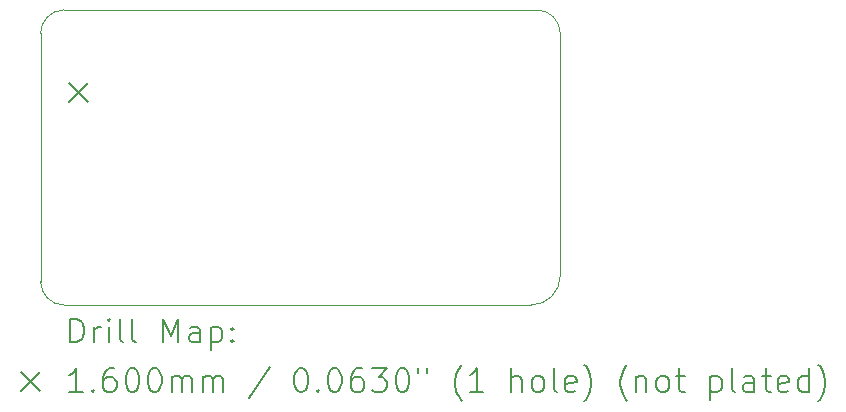
<source format=gbr>
%TF.GenerationSoftware,KiCad,Pcbnew,(6.0.8)*%
%TF.CreationDate,2023-01-30T22:30:10-07:00*%
%TF.ProjectId,Power,506f7765-722e-46b6-9963-61645f706362,rev?*%
%TF.SameCoordinates,Original*%
%TF.FileFunction,Drillmap*%
%TF.FilePolarity,Positive*%
%FSLAX45Y45*%
G04 Gerber Fmt 4.5, Leading zero omitted, Abs format (unit mm)*
G04 Created by KiCad (PCBNEW (6.0.8)) date 2023-01-30 22:30:10*
%MOMM*%
%LPD*%
G01*
G04 APERTURE LIST*
%ADD10C,0.100000*%
%ADD11C,0.200000*%
%ADD12C,0.160000*%
G04 APERTURE END LIST*
D10*
X11150000Y-10700000D02*
G75*
G03*
X11350000Y-10900000I200000J0D01*
G01*
X15350000Y-8400000D02*
X11350000Y-8400000D01*
X15300000Y-10900000D02*
G75*
G03*
X15550000Y-10650000I0J250000D01*
G01*
X15550000Y-10650000D02*
X15550000Y-8600000D01*
X11150000Y-8600000D02*
X11150000Y-10700000D01*
X15550000Y-8600000D02*
G75*
G03*
X15350000Y-8400000I-200000J0D01*
G01*
X11350000Y-10900000D02*
X15300000Y-10900000D01*
X11350000Y-8400000D02*
G75*
G03*
X11150000Y-8600000I0J-200000D01*
G01*
D11*
D12*
X11390000Y-9020000D02*
X11550000Y-9180000D01*
X11550000Y-9020000D02*
X11390000Y-9180000D01*
D11*
X11402619Y-11215476D02*
X11402619Y-11015476D01*
X11450238Y-11015476D01*
X11478809Y-11025000D01*
X11497857Y-11044048D01*
X11507381Y-11063095D01*
X11516905Y-11101190D01*
X11516905Y-11129762D01*
X11507381Y-11167857D01*
X11497857Y-11186905D01*
X11478809Y-11205952D01*
X11450238Y-11215476D01*
X11402619Y-11215476D01*
X11602619Y-11215476D02*
X11602619Y-11082143D01*
X11602619Y-11120238D02*
X11612143Y-11101190D01*
X11621667Y-11091667D01*
X11640714Y-11082143D01*
X11659762Y-11082143D01*
X11726428Y-11215476D02*
X11726428Y-11082143D01*
X11726428Y-11015476D02*
X11716905Y-11025000D01*
X11726428Y-11034524D01*
X11735952Y-11025000D01*
X11726428Y-11015476D01*
X11726428Y-11034524D01*
X11850238Y-11215476D02*
X11831190Y-11205952D01*
X11821667Y-11186905D01*
X11821667Y-11015476D01*
X11955000Y-11215476D02*
X11935952Y-11205952D01*
X11926428Y-11186905D01*
X11926428Y-11015476D01*
X12183571Y-11215476D02*
X12183571Y-11015476D01*
X12250238Y-11158333D01*
X12316905Y-11015476D01*
X12316905Y-11215476D01*
X12497857Y-11215476D02*
X12497857Y-11110714D01*
X12488333Y-11091667D01*
X12469286Y-11082143D01*
X12431190Y-11082143D01*
X12412143Y-11091667D01*
X12497857Y-11205952D02*
X12478809Y-11215476D01*
X12431190Y-11215476D01*
X12412143Y-11205952D01*
X12402619Y-11186905D01*
X12402619Y-11167857D01*
X12412143Y-11148810D01*
X12431190Y-11139286D01*
X12478809Y-11139286D01*
X12497857Y-11129762D01*
X12593095Y-11082143D02*
X12593095Y-11282143D01*
X12593095Y-11091667D02*
X12612143Y-11082143D01*
X12650238Y-11082143D01*
X12669286Y-11091667D01*
X12678809Y-11101190D01*
X12688333Y-11120238D01*
X12688333Y-11177381D01*
X12678809Y-11196428D01*
X12669286Y-11205952D01*
X12650238Y-11215476D01*
X12612143Y-11215476D01*
X12593095Y-11205952D01*
X12774048Y-11196428D02*
X12783571Y-11205952D01*
X12774048Y-11215476D01*
X12764524Y-11205952D01*
X12774048Y-11196428D01*
X12774048Y-11215476D01*
X12774048Y-11091667D02*
X12783571Y-11101190D01*
X12774048Y-11110714D01*
X12764524Y-11101190D01*
X12774048Y-11091667D01*
X12774048Y-11110714D01*
D12*
X10985000Y-11465000D02*
X11145000Y-11625000D01*
X11145000Y-11465000D02*
X10985000Y-11625000D01*
D11*
X11507381Y-11635476D02*
X11393095Y-11635476D01*
X11450238Y-11635476D02*
X11450238Y-11435476D01*
X11431190Y-11464048D01*
X11412143Y-11483095D01*
X11393095Y-11492619D01*
X11593095Y-11616428D02*
X11602619Y-11625952D01*
X11593095Y-11635476D01*
X11583571Y-11625952D01*
X11593095Y-11616428D01*
X11593095Y-11635476D01*
X11774048Y-11435476D02*
X11735952Y-11435476D01*
X11716905Y-11445000D01*
X11707381Y-11454524D01*
X11688333Y-11483095D01*
X11678809Y-11521190D01*
X11678809Y-11597381D01*
X11688333Y-11616428D01*
X11697857Y-11625952D01*
X11716905Y-11635476D01*
X11755000Y-11635476D01*
X11774048Y-11625952D01*
X11783571Y-11616428D01*
X11793095Y-11597381D01*
X11793095Y-11549762D01*
X11783571Y-11530714D01*
X11774048Y-11521190D01*
X11755000Y-11511667D01*
X11716905Y-11511667D01*
X11697857Y-11521190D01*
X11688333Y-11530714D01*
X11678809Y-11549762D01*
X11916905Y-11435476D02*
X11935952Y-11435476D01*
X11955000Y-11445000D01*
X11964524Y-11454524D01*
X11974048Y-11473571D01*
X11983571Y-11511667D01*
X11983571Y-11559286D01*
X11974048Y-11597381D01*
X11964524Y-11616428D01*
X11955000Y-11625952D01*
X11935952Y-11635476D01*
X11916905Y-11635476D01*
X11897857Y-11625952D01*
X11888333Y-11616428D01*
X11878809Y-11597381D01*
X11869286Y-11559286D01*
X11869286Y-11511667D01*
X11878809Y-11473571D01*
X11888333Y-11454524D01*
X11897857Y-11445000D01*
X11916905Y-11435476D01*
X12107381Y-11435476D02*
X12126428Y-11435476D01*
X12145476Y-11445000D01*
X12155000Y-11454524D01*
X12164524Y-11473571D01*
X12174048Y-11511667D01*
X12174048Y-11559286D01*
X12164524Y-11597381D01*
X12155000Y-11616428D01*
X12145476Y-11625952D01*
X12126428Y-11635476D01*
X12107381Y-11635476D01*
X12088333Y-11625952D01*
X12078809Y-11616428D01*
X12069286Y-11597381D01*
X12059762Y-11559286D01*
X12059762Y-11511667D01*
X12069286Y-11473571D01*
X12078809Y-11454524D01*
X12088333Y-11445000D01*
X12107381Y-11435476D01*
X12259762Y-11635476D02*
X12259762Y-11502143D01*
X12259762Y-11521190D02*
X12269286Y-11511667D01*
X12288333Y-11502143D01*
X12316905Y-11502143D01*
X12335952Y-11511667D01*
X12345476Y-11530714D01*
X12345476Y-11635476D01*
X12345476Y-11530714D02*
X12355000Y-11511667D01*
X12374048Y-11502143D01*
X12402619Y-11502143D01*
X12421667Y-11511667D01*
X12431190Y-11530714D01*
X12431190Y-11635476D01*
X12526428Y-11635476D02*
X12526428Y-11502143D01*
X12526428Y-11521190D02*
X12535952Y-11511667D01*
X12555000Y-11502143D01*
X12583571Y-11502143D01*
X12602619Y-11511667D01*
X12612143Y-11530714D01*
X12612143Y-11635476D01*
X12612143Y-11530714D02*
X12621667Y-11511667D01*
X12640714Y-11502143D01*
X12669286Y-11502143D01*
X12688333Y-11511667D01*
X12697857Y-11530714D01*
X12697857Y-11635476D01*
X13088333Y-11425952D02*
X12916905Y-11683095D01*
X13345476Y-11435476D02*
X13364524Y-11435476D01*
X13383571Y-11445000D01*
X13393095Y-11454524D01*
X13402619Y-11473571D01*
X13412143Y-11511667D01*
X13412143Y-11559286D01*
X13402619Y-11597381D01*
X13393095Y-11616428D01*
X13383571Y-11625952D01*
X13364524Y-11635476D01*
X13345476Y-11635476D01*
X13326428Y-11625952D01*
X13316905Y-11616428D01*
X13307381Y-11597381D01*
X13297857Y-11559286D01*
X13297857Y-11511667D01*
X13307381Y-11473571D01*
X13316905Y-11454524D01*
X13326428Y-11445000D01*
X13345476Y-11435476D01*
X13497857Y-11616428D02*
X13507381Y-11625952D01*
X13497857Y-11635476D01*
X13488333Y-11625952D01*
X13497857Y-11616428D01*
X13497857Y-11635476D01*
X13631190Y-11435476D02*
X13650238Y-11435476D01*
X13669286Y-11445000D01*
X13678809Y-11454524D01*
X13688333Y-11473571D01*
X13697857Y-11511667D01*
X13697857Y-11559286D01*
X13688333Y-11597381D01*
X13678809Y-11616428D01*
X13669286Y-11625952D01*
X13650238Y-11635476D01*
X13631190Y-11635476D01*
X13612143Y-11625952D01*
X13602619Y-11616428D01*
X13593095Y-11597381D01*
X13583571Y-11559286D01*
X13583571Y-11511667D01*
X13593095Y-11473571D01*
X13602619Y-11454524D01*
X13612143Y-11445000D01*
X13631190Y-11435476D01*
X13869286Y-11435476D02*
X13831190Y-11435476D01*
X13812143Y-11445000D01*
X13802619Y-11454524D01*
X13783571Y-11483095D01*
X13774048Y-11521190D01*
X13774048Y-11597381D01*
X13783571Y-11616428D01*
X13793095Y-11625952D01*
X13812143Y-11635476D01*
X13850238Y-11635476D01*
X13869286Y-11625952D01*
X13878809Y-11616428D01*
X13888333Y-11597381D01*
X13888333Y-11549762D01*
X13878809Y-11530714D01*
X13869286Y-11521190D01*
X13850238Y-11511667D01*
X13812143Y-11511667D01*
X13793095Y-11521190D01*
X13783571Y-11530714D01*
X13774048Y-11549762D01*
X13955000Y-11435476D02*
X14078809Y-11435476D01*
X14012143Y-11511667D01*
X14040714Y-11511667D01*
X14059762Y-11521190D01*
X14069286Y-11530714D01*
X14078809Y-11549762D01*
X14078809Y-11597381D01*
X14069286Y-11616428D01*
X14059762Y-11625952D01*
X14040714Y-11635476D01*
X13983571Y-11635476D01*
X13964524Y-11625952D01*
X13955000Y-11616428D01*
X14202619Y-11435476D02*
X14221667Y-11435476D01*
X14240714Y-11445000D01*
X14250238Y-11454524D01*
X14259762Y-11473571D01*
X14269286Y-11511667D01*
X14269286Y-11559286D01*
X14259762Y-11597381D01*
X14250238Y-11616428D01*
X14240714Y-11625952D01*
X14221667Y-11635476D01*
X14202619Y-11635476D01*
X14183571Y-11625952D01*
X14174048Y-11616428D01*
X14164524Y-11597381D01*
X14155000Y-11559286D01*
X14155000Y-11511667D01*
X14164524Y-11473571D01*
X14174048Y-11454524D01*
X14183571Y-11445000D01*
X14202619Y-11435476D01*
X14345476Y-11435476D02*
X14345476Y-11473571D01*
X14421667Y-11435476D02*
X14421667Y-11473571D01*
X14716905Y-11711667D02*
X14707381Y-11702143D01*
X14688333Y-11673571D01*
X14678809Y-11654524D01*
X14669286Y-11625952D01*
X14659762Y-11578333D01*
X14659762Y-11540238D01*
X14669286Y-11492619D01*
X14678809Y-11464048D01*
X14688333Y-11445000D01*
X14707381Y-11416428D01*
X14716905Y-11406905D01*
X14897857Y-11635476D02*
X14783571Y-11635476D01*
X14840714Y-11635476D02*
X14840714Y-11435476D01*
X14821667Y-11464048D01*
X14802619Y-11483095D01*
X14783571Y-11492619D01*
X15135952Y-11635476D02*
X15135952Y-11435476D01*
X15221667Y-11635476D02*
X15221667Y-11530714D01*
X15212143Y-11511667D01*
X15193095Y-11502143D01*
X15164524Y-11502143D01*
X15145476Y-11511667D01*
X15135952Y-11521190D01*
X15345476Y-11635476D02*
X15326428Y-11625952D01*
X15316905Y-11616428D01*
X15307381Y-11597381D01*
X15307381Y-11540238D01*
X15316905Y-11521190D01*
X15326428Y-11511667D01*
X15345476Y-11502143D01*
X15374048Y-11502143D01*
X15393095Y-11511667D01*
X15402619Y-11521190D01*
X15412143Y-11540238D01*
X15412143Y-11597381D01*
X15402619Y-11616428D01*
X15393095Y-11625952D01*
X15374048Y-11635476D01*
X15345476Y-11635476D01*
X15526428Y-11635476D02*
X15507381Y-11625952D01*
X15497857Y-11606905D01*
X15497857Y-11435476D01*
X15678809Y-11625952D02*
X15659762Y-11635476D01*
X15621667Y-11635476D01*
X15602619Y-11625952D01*
X15593095Y-11606905D01*
X15593095Y-11530714D01*
X15602619Y-11511667D01*
X15621667Y-11502143D01*
X15659762Y-11502143D01*
X15678809Y-11511667D01*
X15688333Y-11530714D01*
X15688333Y-11549762D01*
X15593095Y-11568809D01*
X15755000Y-11711667D02*
X15764524Y-11702143D01*
X15783571Y-11673571D01*
X15793095Y-11654524D01*
X15802619Y-11625952D01*
X15812143Y-11578333D01*
X15812143Y-11540238D01*
X15802619Y-11492619D01*
X15793095Y-11464048D01*
X15783571Y-11445000D01*
X15764524Y-11416428D01*
X15755000Y-11406905D01*
X16116905Y-11711667D02*
X16107381Y-11702143D01*
X16088333Y-11673571D01*
X16078809Y-11654524D01*
X16069286Y-11625952D01*
X16059762Y-11578333D01*
X16059762Y-11540238D01*
X16069286Y-11492619D01*
X16078809Y-11464048D01*
X16088333Y-11445000D01*
X16107381Y-11416428D01*
X16116905Y-11406905D01*
X16193095Y-11502143D02*
X16193095Y-11635476D01*
X16193095Y-11521190D02*
X16202619Y-11511667D01*
X16221667Y-11502143D01*
X16250238Y-11502143D01*
X16269286Y-11511667D01*
X16278809Y-11530714D01*
X16278809Y-11635476D01*
X16402619Y-11635476D02*
X16383571Y-11625952D01*
X16374048Y-11616428D01*
X16364524Y-11597381D01*
X16364524Y-11540238D01*
X16374048Y-11521190D01*
X16383571Y-11511667D01*
X16402619Y-11502143D01*
X16431190Y-11502143D01*
X16450238Y-11511667D01*
X16459762Y-11521190D01*
X16469286Y-11540238D01*
X16469286Y-11597381D01*
X16459762Y-11616428D01*
X16450238Y-11625952D01*
X16431190Y-11635476D01*
X16402619Y-11635476D01*
X16526428Y-11502143D02*
X16602619Y-11502143D01*
X16555000Y-11435476D02*
X16555000Y-11606905D01*
X16564524Y-11625952D01*
X16583571Y-11635476D01*
X16602619Y-11635476D01*
X16821667Y-11502143D02*
X16821667Y-11702143D01*
X16821667Y-11511667D02*
X16840714Y-11502143D01*
X16878810Y-11502143D01*
X16897857Y-11511667D01*
X16907381Y-11521190D01*
X16916905Y-11540238D01*
X16916905Y-11597381D01*
X16907381Y-11616428D01*
X16897857Y-11625952D01*
X16878810Y-11635476D01*
X16840714Y-11635476D01*
X16821667Y-11625952D01*
X17031190Y-11635476D02*
X17012143Y-11625952D01*
X17002619Y-11606905D01*
X17002619Y-11435476D01*
X17193095Y-11635476D02*
X17193095Y-11530714D01*
X17183571Y-11511667D01*
X17164524Y-11502143D01*
X17126429Y-11502143D01*
X17107381Y-11511667D01*
X17193095Y-11625952D02*
X17174048Y-11635476D01*
X17126429Y-11635476D01*
X17107381Y-11625952D01*
X17097857Y-11606905D01*
X17097857Y-11587857D01*
X17107381Y-11568809D01*
X17126429Y-11559286D01*
X17174048Y-11559286D01*
X17193095Y-11549762D01*
X17259762Y-11502143D02*
X17335952Y-11502143D01*
X17288333Y-11435476D02*
X17288333Y-11606905D01*
X17297857Y-11625952D01*
X17316905Y-11635476D01*
X17335952Y-11635476D01*
X17478810Y-11625952D02*
X17459762Y-11635476D01*
X17421667Y-11635476D01*
X17402619Y-11625952D01*
X17393095Y-11606905D01*
X17393095Y-11530714D01*
X17402619Y-11511667D01*
X17421667Y-11502143D01*
X17459762Y-11502143D01*
X17478810Y-11511667D01*
X17488333Y-11530714D01*
X17488333Y-11549762D01*
X17393095Y-11568809D01*
X17659762Y-11635476D02*
X17659762Y-11435476D01*
X17659762Y-11625952D02*
X17640714Y-11635476D01*
X17602619Y-11635476D01*
X17583571Y-11625952D01*
X17574048Y-11616428D01*
X17564524Y-11597381D01*
X17564524Y-11540238D01*
X17574048Y-11521190D01*
X17583571Y-11511667D01*
X17602619Y-11502143D01*
X17640714Y-11502143D01*
X17659762Y-11511667D01*
X17735952Y-11711667D02*
X17745476Y-11702143D01*
X17764524Y-11673571D01*
X17774048Y-11654524D01*
X17783571Y-11625952D01*
X17793095Y-11578333D01*
X17793095Y-11540238D01*
X17783571Y-11492619D01*
X17774048Y-11464048D01*
X17764524Y-11445000D01*
X17745476Y-11416428D01*
X17735952Y-11406905D01*
M02*

</source>
